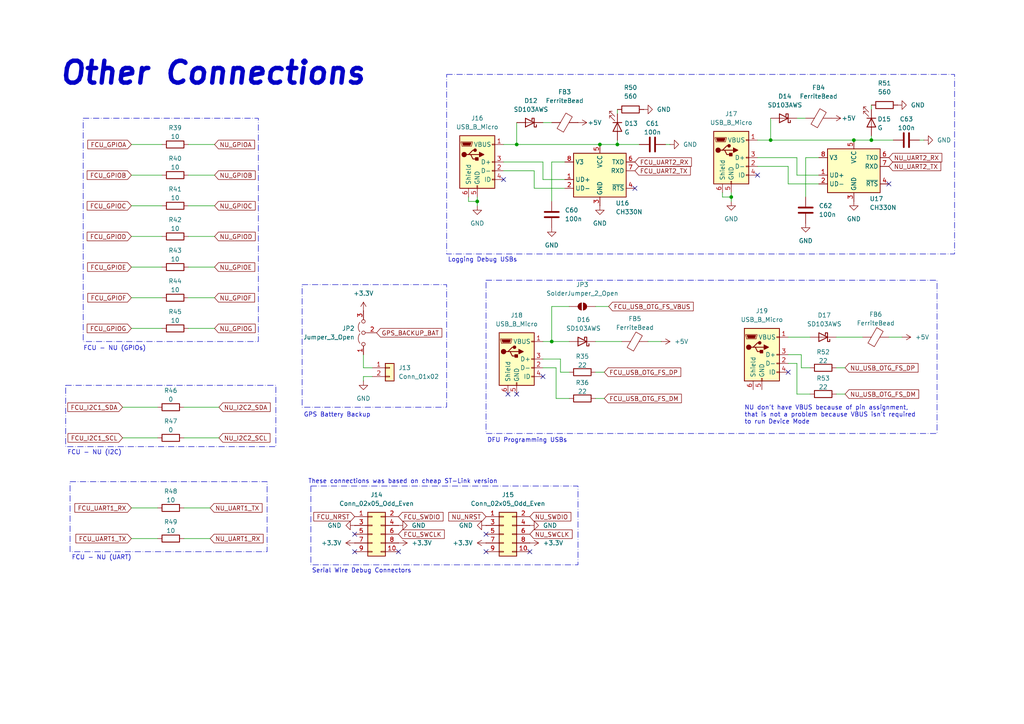
<source format=kicad_sch>
(kicad_sch (version 20250114) (generator "eeschema") (generator_version "9.0")
  (paper "A4")
  (title_block (title "Other Connections") (rev "0.1.0") (company "Breno Soares Alves"))
  (lib_symbols
    (symbol "Connector:USB_B_Micro" (pin_names (offset 1.016))
      (property "Reference" "J" (at -5.08 11.43 0))
      (property "Value" "USB_B_Micro" (at -5.08 8.89 0))
      (symbol "USB_B_Micro_0_1"
        (rectangle (start -5.08 -7.62) (end 5.08 7.62) (stroke (width 0.254)) (fill (type background)))
        (polyline (pts (xy -4.699 5.842) (xy -4.699 5.588) (xy -4.445 4.826) (xy -4.445 4.572) (xy -1.651 4.572) (xy -1.651 4.826) (xy -1.397 5.588) (xy -1.397 5.842) (xy -4.699 5.842)))
        (polyline (pts (xy -4.318 5.588) (xy -1.778 5.588) (xy -2.032 4.826) (xy -4.064 4.826) (xy -4.318 5.588)) (fill (type outline)))
        (circle (center -3.81 2.159) (radius 0.635) (stroke (width 0.254)) (fill (type outline)))
        (polyline (pts (xy -3.175 2.159) (xy -2.54 2.159) (xy -1.27 3.429) (xy -0.635 3.429)) (stroke (width 0.254)))
        (polyline (pts (xy -2.54 2.159) (xy -1.905 2.159) (xy -1.27 0.889) (xy 0 0.889)) (stroke (width 0.254)))
        (polyline (pts (xy -1.905 2.159) (xy 0.635 2.159)) (stroke (width 0.254)))
        (circle (center -0.635 3.429) (radius 0.381) (stroke (width 0.254)) (fill (type outline)))
        (rectangle (start -0.127 -7.62) (end 0.127 -6.858))
        (rectangle (start 0.254 1.27) (end -0.508 0.508) (stroke (width 0.254)) (fill (type outline)))
        (polyline (pts (xy 0.635 2.794) (xy 0.635 1.524) (xy 1.905 2.159) (xy 0.635 2.794)) (stroke (width 0.254)) (fill (type outline)))
        (rectangle (start 5.08 4.953) (end 4.318 5.207))
        (rectangle (start 5.08 -0.127) (end 4.318 0.127))
        (rectangle (start 5.08 -2.667) (end 4.318 -2.413))
        (rectangle (start 5.08 -5.207) (end 4.318 -4.953))
      )
      (symbol "USB_B_Micro_1_1"
        (pin passive line (at -2.54 -10.16 90) (length 2.54) (name "Shield") (number "6"))
        (pin power_out line (at 0 -10.16 90) (length 2.54) (name "GND") (number "5"))
        (pin power_out line (at 7.62 5.08 180) (length 2.54) (name "VBUS") (number "1"))
        (pin bidirectional line (at 7.62 0 180) (length 2.54) (name "D+") (number "3"))
        (pin bidirectional line (at 7.62 -2.54 180) (length 2.54) (name "D-") (number "2"))
        (pin passive line (at 7.62 -5.08 180) (length 2.54) (name "ID") (number "4"))
      )
    )
    (symbol "Connector_Generic:Conn_01x02" (pin_names (offset 1.016) (hide yes))
      (property "Reference" "J" (at 0 2.54 0))
      (property "Value" "Conn_01x02" (at 0 -5.08 0))
      (symbol "Conn_01x02_1_1"
        (rectangle (start -1.27 1.27) (end 1.27 -3.81) (stroke (width 0.254)) (fill (type background)))
        (rectangle (start -1.27 0.127) (end 0 -0.127) (stroke (width 0.1524)))
        (rectangle (start -1.27 -2.413) (end 0 -2.667) (stroke (width 0.1524)))
        (pin passive line (at -5.08 0 0) (length 3.81) (name "Pin_1") (number "1"))
        (pin passive line (at -5.08 -2.54 0) (length 3.81) (name "Pin_2") (number "2"))
      )
    )
    (symbol "Connector_Generic:Conn_02x05_Odd_Even" (pin_names (offset 1.016) (hide yes))
      (property "Reference" "J" (at 1.27 7.62 0))
      (property "Value" "Conn_02x05_Odd_Even" (at 1.27 -7.62 0))
      (symbol "Conn_02x05_Odd_Even_1_1"
        (rectangle (start -1.27 6.35) (end 3.81 -6.35) (stroke (width 0.254)) (fill (type background)))
        (rectangle (start -1.27 5.207) (end 0 4.953) (stroke (width 0.1524)))
        (rectangle (start -1.27 2.667) (end 0 2.413) (stroke (width 0.1524)))
        (rectangle (start -1.27 0.127) (end 0 -0.127) (stroke (width 0.1524)))
        (rectangle (start -1.27 -2.413) (end 0 -2.667) (stroke (width 0.1524)))
        (rectangle (start -1.27 -4.953) (end 0 -5.207) (stroke (width 0.1524)))
        (rectangle (start 3.81 5.207) (end 2.54 4.953) (stroke (width 0.1524)))
        (rectangle (start 3.81 2.667) (end 2.54 2.413) (stroke (width 0.1524)))
        (rectangle (start 3.81 0.127) (end 2.54 -0.127) (stroke (width 0.1524)))
        (rectangle (start 3.81 -2.413) (end 2.54 -2.667) (stroke (width 0.1524)))
        (rectangle (start 3.81 -4.953) (end 2.54 -5.207) (stroke (width 0.1524)))
        (pin passive line (at -5.08 5.08 0) (length 3.81) (name "Pin_1") (number "1"))
        (pin passive line (at -5.08 2.54 0) (length 3.81) (name "Pin_3") (number "3"))
        (pin passive line (at -5.08 0 0) (length 3.81) (name "Pin_5") (number "5"))
        (pin passive line (at -5.08 -2.54 0) (length 3.81) (name "Pin_7") (number "7"))
        (pin passive line (at -5.08 -5.08 0) (length 3.81) (name "Pin_9") (number "9"))
        (pin passive line (at 7.62 5.08 180) (length 3.81) (name "Pin_2") (number "2"))
        (pin passive line (at 7.62 2.54 180) (length 3.81) (name "Pin_4") (number "4"))
        (pin passive line (at 7.62 0 180) (length 3.81) (name "Pin_6") (number "6"))
        (pin passive line (at 7.62 -2.54 180) (length 3.81) (name "Pin_8") (number "8"))
        (pin passive line (at 7.62 -5.08 180) (length 3.81) (name "Pin_10") (number "10"))
      )
    )
    (symbol "Device:C" (pin_numbers (hide yes)) (pin_names (offset 0.254))
      (property "Reference" "C" (at 0.635 2.54 0))
      (property "Value" "C" (at 0.635 -2.54 0))
      (symbol "C_0_1"
        (polyline (pts (xy -2.032 0.762) (xy 2.032 0.762)) (stroke (width 0.508)))
        (polyline (pts (xy -2.032 -0.762) (xy 2.032 -0.762)) (stroke (width 0.508)))
      )
      (symbol "C_1_1"
        (pin passive line (at 0 3.81 270) (length 2.794) (name "~") (number "1"))
        (pin passive line (at 0 -3.81 90) (length 2.794) (name "~") (number "2"))
      )
    )
    (symbol "Device:D_Schottky" (pin_numbers (hide yes)) (pin_names (offset 1.016) (hide yes))
      (property "Reference" "D" (at 0 2.54 0))
      (property "Value" "D_Schottky" (at 0 -2.54 0))
      (symbol "D_Schottky_0_1"
        (polyline (pts (xy -1.905 0.635) (xy -1.905 1.27) (xy -1.27 1.27) (xy -1.27 -1.27) (xy -0.635 -1.27) (xy -0.635 -0.635)) (stroke (width 0.254)))
        (polyline (pts (xy 1.27 1.27) (xy 1.27 -1.27) (xy -1.27 0) (xy 1.27 1.27)) (stroke (width 0.254)))
        (polyline (pts (xy 1.27 0) (xy -1.27 0)))
      )
      (symbol "D_Schottky_1_1"
        (pin passive line (at -3.81 0 0) (length 2.54) (name "K") (number "1"))
        (pin passive line (at 3.81 0 180) (length 2.54) (name "A") (number "2"))
      )
    )
    (symbol "Device:FerriteBead" (pin_numbers (hide yes)) (pin_names (offset 0))
      (property "Reference" "FB" (at -3.81 0.635 90))
      (property "Value" "FerriteBead" (at 3.81 0 90))
      (symbol "FerriteBead_0_1"
        (polyline (pts (xy -2.7686 0.4064) (xy -1.7018 2.2606) (xy 2.7686 -0.3048) (xy 1.6764 -2.159) (xy -2.7686 0.4064)))
        (polyline (pts (xy 0 1.27) (xy 0 1.2954)))
        (polyline (pts (xy 0 -1.27) (xy 0 -1.2192)))
      )
      (symbol "FerriteBead_1_1"
        (pin passive line (at 0 3.81 270) (length 2.54) (name "~") (number "1"))
        (pin passive line (at 0 -3.81 90) (length 2.54) (name "~") (number "2"))
      )
    )
    (symbol "Device:LED" (pin_numbers (hide yes)) (pin_names (offset 1.016) (hide yes))
      (property "Reference" "D" (at 0 2.54 0))
      (property "Value" "LED" (at 0 -2.54 0))
      (symbol "LED_0_1"
        (polyline (pts (xy -3.048 -0.762) (xy -4.572 -2.286) (xy -3.81 -2.286) (xy -4.572 -2.286) (xy -4.572 -1.524)))
        (polyline (pts (xy -1.778 -0.762) (xy -3.302 -2.286) (xy -2.54 -2.286) (xy -3.302 -2.286) (xy -3.302 -1.524)))
        (polyline (pts (xy -1.27 0) (xy 1.27 0)))
        (polyline (pts (xy -1.27 -1.27) (xy -1.27 1.27)) (stroke (width 0.254)))
        (polyline (pts (xy 1.27 -1.27) (xy 1.27 1.27) (xy -1.27 0) (xy 1.27 -1.27)) (stroke (width 0.254)))
      )
      (symbol "LED_1_1"
        (pin passive line (at -3.81 0 0) (length 2.54) (name "K") (number "1"))
        (pin passive line (at 3.81 0 180) (length 2.54) (name "A") (number "2"))
      )
    )
    (symbol "Device:R" (pin_numbers (hide yes)) (pin_names (offset 0))
      (property "Reference" "R" (at 2.032 0 90))
      (property "Value" "R" (at 0 0 90))
      (symbol "R_0_1"
        (rectangle (start -1.016 -2.54) (end 1.016 2.54) (stroke (width 0.254)))
      )
      (symbol "R_1_1"
        (pin passive line (at 0 3.81 270) (length 1.27) (name "~") (number "1"))
        (pin passive line (at 0 -3.81 90) (length 1.27) (name "~") (number "2"))
      )
    )
    (symbol "Interface_USB:CH330N"
      (property "Reference" "U" (at -7.62 6.35 0))
      (property "Value" "CH330N" (at 7.62 6.35 0))
      (symbol "CH330N_0_1"
        (rectangle (start -7.62 5.08) (end 7.62 -7.62) (stroke (width 0.254)) (fill (type background)))
      )
      (symbol "CH330N_1_1"
        (pin passive line (at -10.16 2.54 0) (length 2.54) (name "V3") (number "8"))
        (pin bidirectional line (at -10.16 -2.54 0) (length 2.54) (name "UD+") (number "1"))
        (pin bidirectional line (at -10.16 -5.08 0) (length 2.54) (name "UD-") (number "2"))
        (pin power_in line (at 0 7.62 270) (length 2.54) (name "VCC") (number "5"))
        (pin power_in line (at 0 -10.16 90) (length 2.54) (name "GND") (number "3"))
        (pin output line (at 10.16 2.54 180) (length 2.54) (name "TXD") (number "6"))
        (pin input line (at 10.16 0 180) (length 2.54) (name "RXD") (number "7"))
        (pin output line (at 10.16 -5.08 180) (length 2.54) (name "~{RTS}") (number "4"))
      )
    )
    (symbol "Jumper:Jumper_3_Open" (pin_names (offset 0) (hide yes)) (in_bom no)
      (property "Reference" "JP" (at -2.54 -2.54 0))
      (property "Value" "Jumper_3_Open" (at 0 2.794 0))
      (symbol "Jumper_3_Open_0_0"
        (circle (center -3.302 0) (radius 0.508))
        (circle (center 0 0) (radius 0.508))
        (circle (center 3.302 0) (radius 0.508))
      )
      (symbol "Jumper_3_Open_0_1"
        (arc (start -3.048 1.016) (mid -1.651 1.4992) (end -0.254 1.016))
        (polyline (pts (xy 0 -0.508) (xy 0 -1.27)))
        (arc (start 0.254 1.016) (mid 1.651 1.4992) (end 3.048 1.016))
      )
      (symbol "Jumper_3_Open_1_1"
        (pin passive line (at -6.35 0 0) (length 2.54) (name "A") (number "1"))
        (pin passive line (at 0 -3.81 90) (length 2.54) (name "C") (number "2"))
        (pin passive line (at 6.35 0 180) (length 2.54) (name "B") (number "3"))
      )
    )
    (symbol "Jumper:SolderJumper_2_Open" (pin_numbers (hide yes)) (pin_names (offset 0) (hide yes)) (in_bom no)
      (property "Reference" "JP" (at 0 2.032 0))
      (property "Value" "SolderJumper_2_Open" (at 0 -2.54 0))
      (symbol "SolderJumper_2_Open_0_1"
        (polyline (pts (xy -0.254 1.016) (xy -0.254 -1.016)))
        (arc (start -0.254 -1.016) (mid -1.2656 0) (end -0.254 1.016))
        (arc (start -0.254 -1.016) (mid -1.2656 0) (end -0.254 1.016) (fill (type outline)))
        (arc (start 0.254 1.016) (mid 1.2656 0) (end 0.254 -1.016))
        (arc (start 0.254 1.016) (mid 1.2656 0) (end 0.254 -1.016) (fill (type outline)))
        (polyline (pts (xy 0.254 1.016) (xy 0.254 -1.016)))
      )
      (symbol "SolderJumper_2_Open_1_1"
        (pin passive line (at -3.81 0 0) (length 2.54) (name "A") (number "1"))
        (pin passive line (at 3.81 0 180) (length 2.54) (name "B") (number "2"))
      )
    )
    (symbol "power:+3.3V" (power) (pin_numbers (hide yes)) (pin_names (offset 0) (hide yes))
      (property "Value" "+3.3V" (at 0 3.556 0))
      (symbol "+3.3V_0_1"
        (polyline (pts (xy -0.762 1.27) (xy 0 2.54)))
        (polyline (pts (xy 0 2.54) (xy 0.762 1.27)))
        (polyline (pts (xy 0 0) (xy 0 2.54)))
      )
      (symbol "+3.3V_1_1"
        (pin power_in line (at 0 0 90) (length 0) (name "~") (number "1"))
      )
    )
    (symbol "power:+5V" (power) (pin_numbers (hide yes)) (pin_names (offset 0) (hide yes))
      (property "Value" "+5V" (at 0 3.556 0))
      (symbol "+5V_0_1"
        (polyline (pts (xy -0.762 1.27) (xy 0 2.54)))
        (polyline (pts (xy 0 2.54) (xy 0.762 1.27)))
        (polyline (pts (xy 0 0) (xy 0 2.54)))
      )
      (symbol "+5V_1_1"
        (pin power_in line (at 0 0 90) (length 0) (name "~") (number "1"))
      )
    )
    (symbol "power:GND" (power) (pin_numbers (hide yes)) (pin_names (offset 0) (hide yes))
      (property "Value" "GND" (at 0 -3.81 0))
      (symbol "GND_0_1"
        (polyline (pts (xy 0 0) (xy 0 -1.27) (xy 1.27 -1.27) (xy 0 -2.54) (xy -1.27 -1.27) (xy 0 -1.27)))
      )
      (symbol "GND_1_1"
        (pin power_in line (at 0 0 270) (length 0) (name "~") (number "1"))
      )
    )
  )
  (rectangle (start 87.63 82.55) (end 129.54 118.11) (stroke (width 0) (type dash_dot)))
  (rectangle (start 19.05 111.76) (end 80.01 129.54) (stroke (width 0) (type dash_dot)))
  (rectangle (start 90.17 140.97) (end 167.64 163.83) (stroke (width 0) (type dash_dot)))
  (rectangle (start 24.13 34.29) (end 74.93 99.06) (stroke (width 0) (type dash_dot)))
  (rectangle (start 129.54 21.59) (end 276.86 73.66) (stroke (width 0) (type dash_dot)))
  (rectangle (start 20.32 139.7) (end 77.47 160.02) (stroke (width 0) (type dash_dot)))
  (rectangle (start 140.97 81.28) (end 271.78 125.73) (stroke (width 0) (type dash_dot)))
  (text "FCU - NU (GPIOs)" (at 33.274 101.092 0) (effects (font (size 1.27 1.27))))
  (text "Serial Wire Debug Connectors" (at 104.902 165.608 0) (effects (font (size 1.27 1.27))))
  (text "Other Connections" (at 61.722 21.336 0) (effects (font (size 6.35 6.35) (thickness 1.27) (bold yes) (italic yes))))
  (text "DFU Programming USBs" (at 152.908 127.762 0) (effects (font (size 1.27 1.27))))
  (text "GPS Battery Backup" (at 97.79 120.396 0) (effects (font (size 1.27 1.27))))
  (text "NU don't have VBUS because of pin assignment,\nthat is not a problem because VBUS isn't required\nto run Device Mode" (at 215.9 120.396 0) (effects (font (size 1.27 1.27)) (justify left)))
  (text "FCU - NU (I2C)" (at 27.432 131.318 0) (effects (font (size 1.27 1.27))))
  (text "These connections was based on cheap ST-Link version" (at 116.84 139.7 0) (effects (font (size 1.27 1.27))))
  (text "Logging Debug USBs" (at 139.954 75.438 0) (effects (font (size 1.27 1.27))))
  (text "FCU - NU (UART)" (at 29.464 161.798 0) (effects (font (size 1.27 1.27))))
  (junction (at 179.07 41.91))
  (junction (at 252.73 40.64))
  (junction (at 247.65 40.64))
  (junction (at 149.86 41.91))
  (junction (at 138.43 58.42))
  (junction (at 173.99 41.91))
  (junction (at 160.02 99.06))
  (junction (at 212.09 57.15))
  (junction (at 223.52 40.64))
  (no_connect (at 140.97 154.94))
  (no_connect (at 147.32 114.3))
  (no_connect (at 153.67 160.02))
  (no_connect (at 140.97 160.02))
  (no_connect (at 149.86 114.3))
  (no_connect (at 102.87 154.94))
  (no_connect (at 102.87 160.02))
  (no_connect (at 228.6 107.95))
  (no_connect (at 219.71 50.8))
  (no_connect (at 257.81 53.34))
  (no_connect (at 146.05 52.07))
  (no_connect (at 184.15 54.61))
  (no_connect (at 157.48 109.22))
  (no_connect (at 115.57 160.02))
  (wire (pts (xy 54.61 68.58) (xy 62.23 68.58)))
  (wire (pts (xy 138.43 58.42) (xy 138.43 57.15)))
  (wire (pts (xy 219.71 48.26) (xy 228.6 48.26)))
  (wire (pts (xy 157.48 52.07) (xy 163.83 52.07)))
  (wire (pts (xy 135.89 57.15) (xy 135.89 58.42)))
  (wire (pts (xy 38.1 156.21) (xy 45.72 156.21)))
  (wire (pts (xy 237.49 45.72) (xy 233.68 45.72)))
  (wire (pts (xy 54.61 41.91) (xy 62.23 41.91)))
  (wire (pts (xy 146.05 46.99) (xy 157.48 46.99)))
  (wire (pts (xy 209.55 55.88) (xy 209.55 57.15)))
  (wire (pts (xy 149.86 35.56) (xy 149.86 41.91)))
  (wire (pts (xy 187.96 99.06) (xy 191.77 99.06)))
  (wire (pts (xy 223.52 40.64) (xy 247.65 40.64)))
  (wire (pts (xy 35.56 127) (xy 45.72 127)))
  (wire (pts (xy 179.07 41.91) (xy 185.42 41.91)))
  (wire (pts (xy 231.14 34.29) (xy 233.68 34.29)))
  (wire (pts (xy 160.02 99.06) (xy 165.1 99.06)))
  (wire (pts (xy 231.14 50.8) (xy 237.49 50.8)))
  (wire (pts (xy 231.14 105.41) (xy 231.14 114.3)))
  (wire (pts (xy 233.68 45.72) (xy 233.68 57.15)))
  (wire (pts (xy 232.41 106.68) (xy 234.95 106.68)))
  (wire (pts (xy 54.61 50.8) (xy 62.23 50.8)))
  (wire (pts (xy 157.48 104.14) (xy 162.56 104.14)))
  (wire (pts (xy 54.61 77.47) (xy 62.23 77.47)))
  (wire (pts (xy 252.73 39.37) (xy 252.73 40.64)))
  (wire (pts (xy 53.34 147.32) (xy 60.96 147.32)))
  (wire (pts (xy 53.34 156.21) (xy 60.96 156.21)))
  (wire (pts (xy 228.6 97.79) (xy 234.95 97.79)))
  (wire (pts (xy 160.02 46.99) (xy 160.02 58.42)))
  (wire (pts (xy 54.61 95.25) (xy 62.23 95.25)))
  (wire (pts (xy 228.6 48.26) (xy 228.6 53.34)))
  (wire (pts (xy 161.29 115.57) (xy 165.1 115.57)))
  (wire (pts (xy 157.48 106.68) (xy 161.29 106.68)))
  (wire (pts (xy 219.71 40.64) (xy 223.52 40.64)))
  (wire (pts (xy 157.48 46.99) (xy 157.48 52.07)))
  (wire (pts (xy 162.56 107.95) (xy 165.1 107.95)))
  (wire (pts (xy 228.6 102.87) (xy 232.41 102.87)))
  (wire (pts (xy 163.83 46.99) (xy 160.02 46.99)))
  (wire (pts (xy 179.07 41.91) (xy 173.99 41.91)))
  (wire (pts (xy 38.1 41.91) (xy 46.99 41.91)))
  (wire (pts (xy 172.72 107.95) (xy 175.26 107.95)))
  (wire (pts (xy 172.72 99.06) (xy 180.34 99.06)))
  (wire (pts (xy 54.61 59.69) (xy 62.23 59.69)))
  (wire (pts (xy 157.48 35.56) (xy 160.02 35.56)))
  (wire (pts (xy 161.29 106.68) (xy 161.29 115.57)))
  (wire (pts (xy 38.1 68.58) (xy 46.99 68.58)))
  (wire (pts (xy 135.89 58.42) (xy 138.43 58.42)))
  (wire (pts (xy 179.07 31.75) (xy 179.07 33.02)))
  (wire (pts (xy 105.41 110.49) (xy 105.41 109.22)))
  (wire (pts (xy 212.09 57.15) (xy 212.09 55.88)))
  (wire (pts (xy 105.41 102.87) (xy 105.41 106.68)))
  (wire (pts (xy 257.81 97.79) (xy 261.62 97.79)))
  (wire (pts (xy 54.61 86.36) (xy 62.23 86.36)))
  (wire (pts (xy 219.71 45.72) (xy 231.14 45.72)))
  (wire (pts (xy 223.52 34.29) (xy 223.52 40.64)))
  (wire (pts (xy 154.94 54.61) (xy 163.83 54.61)))
  (wire (pts (xy 53.34 118.11) (xy 63.5 118.11)))
  (wire (pts (xy 149.86 41.91) (xy 173.99 41.91)))
  (wire (pts (xy 38.1 59.69) (xy 46.99 59.69)))
  (wire (pts (xy 53.34 127) (xy 63.5 127)))
  (wire (pts (xy 231.14 45.72) (xy 231.14 50.8)))
  (wire (pts (xy 138.43 58.42) (xy 138.43 59.69)))
  (wire (pts (xy 105.41 106.68) (xy 107.95 106.68)))
  (wire (pts (xy 38.1 77.47) (xy 46.99 77.47)))
  (wire (pts (xy 38.1 147.32) (xy 45.72 147.32)))
  (wire (pts (xy 146.05 41.91) (xy 149.86 41.91)))
  (wire (pts (xy 38.1 86.36) (xy 46.99 86.36)))
  (wire (pts (xy 231.14 114.3) (xy 234.95 114.3)))
  (wire (pts (xy 105.41 109.22) (xy 107.95 109.22)))
  (wire (pts (xy 252.73 40.64) (xy 247.65 40.64)))
  (wire (pts (xy 179.07 40.64) (xy 179.07 41.91)))
  (wire (pts (xy 35.56 118.11) (xy 45.72 118.11)))
  (wire (pts (xy 157.48 99.06) (xy 160.02 99.06)))
  (wire (pts (xy 252.73 40.64) (xy 259.08 40.64)))
  (wire (pts (xy 232.41 102.87) (xy 232.41 106.68)))
  (wire (pts (xy 267.97 40.64) (xy 266.7 40.64)))
  (wire (pts (xy 162.56 104.14) (xy 162.56 107.95)))
  (wire (pts (xy 172.72 88.9) (xy 176.53 88.9)))
  (wire (pts (xy 242.57 97.79) (xy 250.19 97.79)))
  (wire (pts (xy 242.57 106.68) (xy 245.11 106.68)))
  (wire (pts (xy 160.02 99.06) (xy 160.02 88.9)))
  (wire (pts (xy 146.05 49.53) (xy 154.94 49.53)))
  (wire (pts (xy 242.57 114.3) (xy 245.11 114.3)))
  (wire (pts (xy 38.1 50.8) (xy 46.99 50.8)))
  (wire (pts (xy 228.6 53.34) (xy 237.49 53.34)))
  (wire (pts (xy 154.94 49.53) (xy 154.94 54.61)))
  (wire (pts (xy 172.72 115.57) (xy 175.26 115.57)))
  (wire (pts (xy 252.73 30.48) (xy 252.73 31.75)))
  (wire (pts (xy 228.6 105.41) (xy 231.14 105.41)))
  (wire (pts (xy 209.55 57.15) (xy 212.09 57.15)))
  (wire (pts (xy 194.31 41.91) (xy 193.04 41.91)))
  (wire (pts (xy 212.09 57.15) (xy 212.09 58.42)))
  (wire (pts (xy 160.02 88.9) (xy 165.1 88.9)))
  (wire (pts (xy 38.1 95.25) (xy 46.99 95.25)))
  (global_label "FCU_GPIOD" (shape input) (at 38.1 68.58 180) (property "Intersheetrefs" "${INTERSHEET_REFS}" (effects (hide yes))))
  (global_label "GPS_BACKUP_BAT" (shape input) (at 109.22 96.52 0) (property "Intersheetrefs" "${INTERSHEET_REFS}" (effects (hide yes))))
  (global_label "NU_SWDIO" (shape input) (at 153.67 149.86 0) (property "Intersheetrefs" "${INTERSHEET_REFS}" (effects (hide yes))))
  (global_label "NU_UART1_TX" (shape input) (at 60.96 147.32 0) (property "Intersheetrefs" "${INTERSHEET_REFS}" (effects (hide yes))))
  (global_label "FCU_GPIOF" (shape input) (at 38.1 86.36 180) (property "Intersheetrefs" "${INTERSHEET_REFS}" (effects (hide yes))))
  (global_label "NU_GPIOC" (shape input) (at 62.23 59.69 0) (property "Intersheetrefs" "${INTERSHEET_REFS}" (effects (hide yes))))
  (global_label "FCU_USB_OTG_FS_DP" (shape input) (at 175.26 107.95 0) (property "Intersheetrefs" "${INTERSHEET_REFS}" (effects (hide yes))))
  (global_label "FCU_NRST" (shape input) (at 102.87 149.86 180) (property "Intersheetrefs" "${INTERSHEET_REFS}" (effects (hide yes))))
  (global_label "FCU_GPIOE" (shape input) (at 38.1 77.47 180) (property "Intersheetrefs" "${INTERSHEET_REFS}" (effects (hide yes))))
  (global_label "FCU_GPIOA" (shape input) (at 38.1 41.91 180) (property "Intersheetrefs" "${INTERSHEET_REFS}" (effects (hide yes))))
  (global_label "FCU_SWDIO" (shape input) (at 115.57 149.86 0) (property "Intersheetrefs" "${INTERSHEET_REFS}" (effects (hide yes))))
  (global_label "FCU_UART1_RX" (shape input) (at 38.1 147.32 180) (property "Intersheetrefs" "${INTERSHEET_REFS}" (effects (hide yes))))
  (global_label "NU_UART1_RX" (shape input) (at 60.96 156.21 0) (property "Intersheetrefs" "${INTERSHEET_REFS}" (effects (hide yes))))
  (global_label "NU_GPIOA" (shape input) (at 62.23 41.91 0) (property "Intersheetrefs" "${INTERSHEET_REFS}" (effects (hide yes))))
  (global_label "NU_GPIOB" (shape input) (at 62.23 50.8 0) (property "Intersheetrefs" "${INTERSHEET_REFS}" (effects (hide yes))))
  (global_label "NU_SWCLK" (shape input) (at 153.67 154.94 0) (property "Intersheetrefs" "${INTERSHEET_REFS}" (effects (hide yes))))
  (global_label "NU_I2C2_SCL" (shape input) (at 63.5 127 0) (property "Intersheetrefs" "${INTERSHEET_REFS}" (effects (hide yes))))
  (global_label "FCU_UART2_TX" (shape input) (at 184.15 49.53 0) (property "Intersheetrefs" "${INTERSHEET_REFS}" (effects (hide yes))))
  (global_label "FCU_I2C1_SDA" (shape input) (at 35.56 118.11 180) (property "Intersheetrefs" "${INTERSHEET_REFS}" (effects (hide yes))))
  (global_label "FCU_USB_OTG_FS_VBUS" (shape input) (at 176.53 88.9 0) (property "Intersheetrefs" "${INTERSHEET_REFS}" (effects (hide yes))))
  (global_label "FCU_GPIOG" (shape input) (at 38.1 95.25 180) (property "Intersheetrefs" "${INTERSHEET_REFS}" (effects (hide yes))))
  (global_label "NU_UART2_TX" (shape input) (at 257.81 48.26 0) (property "Intersheetrefs" "${INTERSHEET_REFS}" (effects (hide yes))))
  (global_label "NU_USB_OTG_FS_DP" (shape input) (at 245.11 106.68 0) (property "Intersheetrefs" "${INTERSHEET_REFS}" (effects (hide yes))))
  (global_label "NU_GPIOE" (shape input) (at 62.23 77.47 0) (property "Intersheetrefs" "${INTERSHEET_REFS}" (effects (hide yes))))
  (global_label "NU_I2C2_SDA" (shape input) (at 63.5 118.11 0) (property "Intersheetrefs" "${INTERSHEET_REFS}" (effects (hide yes))))
  (global_label "NU_NRST" (shape input) (at 140.97 149.86 180) (property "Intersheetrefs" "${INTERSHEET_REFS}" (effects (hide yes))))
  (global_label "NU_GPIOD" (shape input) (at 62.23 68.58 0) (property "Intersheetrefs" "${INTERSHEET_REFS}" (effects (hide yes))))
  (global_label "NU_GPIOF" (shape input) (at 62.23 86.36 0) (property "Intersheetrefs" "${INTERSHEET_REFS}" (effects (hide yes))))
  (global_label "FCU_GPIOC" (shape input) (at 38.1 59.69 180) (property "Intersheetrefs" "${INTERSHEET_REFS}" (effects (hide yes))))
  (global_label "FCU_USB_OTG_FS_DM" (shape input) (at 175.26 115.57 0) (property "Intersheetrefs" "${INTERSHEET_REFS}" (effects (hide yes))))
  (global_label "FCU_SWCLK" (shape input) (at 115.57 154.94 0) (property "Intersheetrefs" "${INTERSHEET_REFS}" (effects (hide yes))))
  (global_label "NU_GPIOG" (shape input) (at 62.23 95.25 0) (property "Intersheetrefs" "${INTERSHEET_REFS}" (effects (hide yes))))
  (global_label "FCU_UART2_RX" (shape input) (at 184.15 46.99 0) (property "Intersheetrefs" "${INTERSHEET_REFS}" (effects (hide yes))))
  (global_label "NU_UART2_RX" (shape input) (at 257.81 45.72 0) (property "Intersheetrefs" "${INTERSHEET_REFS}" (effects (hide yes))))
  (global_label "NU_USB_OTG_FS_DM" (shape input) (at 245.11 114.3 0) (property "Intersheetrefs" "${INTERSHEET_REFS}" (effects (hide yes))))
  (global_label "FCU_GPIOB" (shape input) (at 38.1 50.8 180) (property "Intersheetrefs" "${INTERSHEET_REFS}" (effects (hide yes))))
  (global_label "FCU_I2C1_SCL" (shape input) (at 35.56 127 180) (property "Intersheetrefs" "${INTERSHEET_REFS}" (effects (hide yes))))
  (global_label "FCU_UART1_TX" (shape input) (at 38.1 156.21 180) (property "Intersheetrefs" "${INTERSHEET_REFS}" (effects (hide yes))))
  (symbol (lib_id "power:GND") (at 115.57 152.4 90) (unit 1)
    (property "Reference" "#PWR0115" (effects (hide yes)))
    (property "Value" "GND" (at 119.38 152.3999 90) (effects (justify right)))
    (property "Description" "Power symbol creates a global label with name \"GND\" , ground" (effects (hide yes)))
  )
  (symbol (lib_id "power:GND") (at 105.41 110.49 0) (unit 1)
    (property "Reference" "#PWR0110" (effects (hide yes)))
    (property "Value" "GND" (at 105.41 115.57 0))
    (property "Description" "Power symbol creates a global label with name \"GND\" , ground" (effects (hide yes)))
  )
  (symbol (lib_id "Device:R") (at 168.91 115.57 90) (unit 1)
    (property "Reference" "R36" (at 168.91 110.998 90))
    (property "Value" "22" (at 168.91 113.538 90))
    (property "Description" "Resistor" (effects (hide yes)))
  )
  (symbol (lib_id "Device:R") (at 50.8 59.69 90) (unit 1)
    (property "Reference" "R41" (at 50.8 54.864 90))
    (property "Value" "10" (at 50.8 57.404 90))
    (property "Description" "Resistor" (effects (hide yes)))
  )
  (symbol (lib_id "power:+5V") (at 167.64 35.56 270) (unit 1)
    (property "Reference" "#PWR0123" (effects (hide yes)))
    (property "Value" "+5V" (at 170.434 35.56 90) (effects (justify left)))
    (property "Description" "Power symbol creates a global label with name \"+5V\"" (effects (hide yes)))
  )
  (symbol (lib_id "power:+3.3V") (at 105.41 90.17 0) (unit 1)
    (property "Reference" "#PWR0109" (effects (hide yes)))
    (property "Value" "+3.3V" (at 105.41 85.09 0))
    (property "Description" "Power symbol creates a global label with name \"+3.3V\"" (effects (hide yes)))
  )
  (symbol (lib_id "Connector_Generic:Conn_02x05_Odd_Even") (at 146.05 154.94 0) (unit 1)
    (property "Reference" "J15" (at 147.32 143.51 0))
    (property "Value" "Conn_02x05_Odd_Even" (at 147.32 146.05 0))
    (property "Description" "Generic connector, double row, 02x05, odd/even pin numbering scheme (row 1 odd numbers, row 2 even numbers), script generated (kicad-library-utils/schlib/autogen/connector/)" (effects (hide yes)))
  )
  (symbol (lib_id "power:+3.3V") (at 102.87 157.48 90) (unit 1)
    (property "Reference" "#PWR0114" (effects (hide yes)))
    (property "Value" "+3.3V" (at 99.06 157.4799 90) (effects (justify left)))
    (property "Description" "Power symbol creates a global label with name \"+3.3V\"" (effects (hide yes)))
  )
  (symbol (lib_id "Connector:USB_B_Micro") (at 212.09 45.72 0) (unit 1)
    (property "Reference" "J17" (at 212.09 33.02 0))
    (property "Value" "USB_B_Micro" (at 212.09 35.56 0))
    (property "Description" "USB Micro Type B connector" (effects (hide yes)))
  )
  (symbol (lib_id "Jumper:Jumper_3_Open") (at 105.41 96.52 90) (unit 1) (in_bom no)
    (property "Reference" "JP2" (at 102.87 95.2499 90) (effects (justify left)))
    (property "Value" "Jumper_3_Open" (at 102.87 97.7899 90) (effects (justify left)))
    (property "Description" "Jumper, 3-pole, both open" (effects (hide yes)))
  )
  (symbol (lib_id "power:GND") (at 194.31 41.91 90) (unit 1)
    (property "Reference" "#PWR0125" (effects (hide yes)))
    (property "Value" "GND" (at 198.12 41.9099 90) (effects (justify right)))
    (property "Description" "Power symbol creates a global label with name \"GND\" , ground" (effects (hide yes)))
  )
  (symbol (lib_id "power:+5V") (at 261.62 97.79 270) (unit 1)
    (property "Reference" "#PWR0135" (effects (hide yes)))
    (property "Value" "+5V" (at 265.43 97.7899 90) (effects (justify left)))
    (property "Description" "Power symbol creates a global label with name \"+5V\"" (effects (hide yes)))
  )
  (symbol (lib_id "power:GND") (at 173.99 59.69 0) (unit 1)
    (property "Reference" "#PWR0124" (effects (hide yes)))
    (property "Value" "GND" (at 173.99 64.77 0))
    (property "Description" "Power symbol creates a global label with name \"GND\" , ground" (effects (hide yes)))
  )
  (symbol (lib_id "Connector_Generic:Conn_01x02") (at 113.03 106.68 0) (unit 1)
    (property "Reference" "J13" (at 115.57 106.6799 0) (effects (justify left)))
    (property "Value" "Conn_01x02" (at 115.57 109.2199 0) (effects (justify left)))
    (property "Description" "Generic connector, single row, 01x02, script generated (kicad-library-utils/schlib/autogen/connector/)" (effects (hide yes)))
  )
  (symbol (lib_id "Connector_Generic:Conn_02x05_Odd_Even") (at 107.95 154.94 0) (unit 1)
    (property "Reference" "J14" (at 109.22 143.51 0))
    (property "Value" "Conn_02x05_Odd_Even" (at 109.22 146.05 0))
    (property "Description" "Generic connector, double row, 02x05, odd/even pin numbering scheme (row 1 odd numbers, row 2 even numbers), script generated (kicad-library-utils/schlib/autogen/connector/)" (effects (hide yes)))
  )
  (symbol (lib_id "Interface_USB:CH330N") (at 247.65 48.26 0) (unit 1)
    (property "Reference" "U17" (at 252.222 57.658 0) (effects (justify left)))
    (property "Value" "CH330N" (at 252.222 60.198 0) (effects (justify left)))
    (property "Footprint" "Package_SO:SOIC-8_3.9x4.9mm_P1.27mm" (effects (hide yes)))
    (property "Datasheet" "http://www.wch.cn/downloads/file/240.html" (effects (hide yes)))
    (property "Description" "USB serial converter, UART, SOIC-8" (effects (hide yes)))
  )
  (symbol (lib_id "Device:D_Schottky") (at 238.76 97.79 180) (unit 1)
    (property "Reference" "D17" (at 239.0775 91.44 0))
    (property "Value" "SD103AWS" (at 239.0775 93.98 0))
    (property "Description" "Schottky diode" (effects (hide yes)))
  )
  (symbol (lib_id "Jumper:SolderJumper_2_Open") (at 168.91 88.9 0) (unit 1) (in_bom no)
    (property "Reference" "JP3" (at 168.91 82.55 0))
    (property "Value" "SolderJumper_2_Open" (at 168.91 85.09 0))
    (property "Description" "Solder Jumper, 2-pole, open" (effects (hide yes)))
  )
  (symbol (lib_id "Device:D_Schottky") (at 153.67 35.56 180) (unit 1)
    (property "Reference" "D12" (at 153.9875 29.21 0))
    (property "Value" "SD103AWS" (at 153.9875 31.75 0))
    (property "Description" "Schottky diode" (effects (hide yes)))
  )
  (symbol (lib_id "Device:R") (at 50.8 86.36 90) (unit 1)
    (property "Reference" "R44" (at 50.8 81.534 90))
    (property "Value" "10" (at 50.8 84.074 90))
    (property "Description" "Resistor" (effects (hide yes)))
  )
  (symbol (lib_id "power:GND") (at 260.35 30.48 90) (unit 1)
    (property "Reference" "#PWR0132" (effects (hide yes)))
    (property "Value" "GND" (at 264.16 30.4799 90) (effects (justify right)))
    (property "Description" "Power symbol creates a global label with name \"GND\" , ground" (effects (hide yes)))
  )
  (symbol (lib_id "power:+3.3V") (at 115.57 157.48 270) (unit 1)
    (property "Reference" "#PWR0118" (effects (hide yes)))
    (property "Value" "+3.3V" (at 119.38 157.4799 90) (effects (justify left)))
    (property "Description" "Power symbol creates a global label with name \"+3.3V\"" (effects (hide yes)))
  )
  (symbol (lib_id "power:GND") (at 138.43 59.69 0) (unit 1)
    (property "Reference" "#PWR0117" (effects (hide yes)))
    (property "Value" "GND" (at 138.43 64.77 0))
    (property "Description" "Power symbol creates a global label with name \"GND\" , ground" (effects (hide yes)))
  )
  (symbol (lib_id "Device:LED") (at 179.07 36.83 270) (unit 1)
    (property "Reference" "D13" (at 181.102 35.814 90) (effects (justify left)))
    (property "Value" "G" (at 181.102 38.354 90) (effects (justify left)))
    (property "Description" "Light emitting diode" (effects (hide yes)))
    (property "Sim.Pins" "1=K 2=A" (effects (hide yes)))
  )
  (symbol (lib_id "Device:C") (at 160.02 62.23 0) (unit 1)
    (property "Reference" "C60" (at 163.83 60.9599 0) (effects (justify left)))
    (property "Value" "100n" (at 163.83 63.4999 0) (effects (justify left)))
    (property "Description" "Unpolarized capacitor" (effects (hide yes)))
  )
  (symbol (lib_id "Device:D_Schottky") (at 168.91 99.06 180) (unit 1)
    (property "Reference" "D16" (at 169.2275 92.71 0))
    (property "Value" "SD103AWS" (at 169.2275 95.25 0))
    (property "Description" "Schottky diode" (effects (hide yes)))
  )
  (symbol (lib_id "Device:R") (at 50.8 41.91 90) (unit 1)
    (property "Reference" "R39" (at 50.8 37.084 90))
    (property "Value" "10" (at 50.8 39.624 90))
    (property "Description" "Resistor" (effects (hide yes)))
  )
  (symbol (lib_id "Device:D_Schottky") (at 227.33 34.29 180) (unit 1)
    (property "Reference" "D14" (at 227.6475 27.94 0))
    (property "Value" "SD103AWS" (at 227.6475 30.48 0))
    (property "Description" "Schottky diode" (effects (hide yes)))
  )
  (symbol (lib_id "Device:FerriteBead") (at 184.15 99.06 90) (unit 1)
    (property "Reference" "FB5" (at 184.15 92.456 90))
    (property "Value" "FerriteBead" (at 184.15 94.996 90))
    (property "Description" "Ferrite bead" (effects (hide yes)))
  )
  (symbol (lib_id "Device:R") (at 238.76 106.68 90) (unit 1)
    (property "Reference" "R52" (at 238.76 102.108 90))
    (property "Value" "22" (at 238.76 104.648 90))
    (property "Description" "Resistor" (effects (hide yes)))
  )
  (symbol (lib_id "Device:R") (at 50.8 95.25 90) (unit 1)
    (property "Reference" "R45" (at 50.8 90.424 90))
    (property "Value" "10" (at 50.8 92.964 90))
    (property "Description" "Resistor" (effects (hide yes)))
  )
  (symbol (lib_id "power:GND") (at 233.68 64.77 0) (unit 1)
    (property "Reference" "#PWR0129" (effects (hide yes)))
    (property "Value" "GND" (at 233.68 69.85 0))
    (property "Description" "Power symbol creates a global label with name \"GND\" , ground" (effects (hide yes)))
  )
  (symbol (lib_id "Device:LED") (at 252.73 35.56 270) (unit 1)
    (property "Reference" "D15" (at 254.508 34.544 90) (effects (justify left)))
    (property "Value" "G" (at 254.508 37.084 90) (effects (justify left)))
    (property "Description" "Light emitting diode" (effects (hide yes)))
    (property "Sim.Pins" "1=K 2=A" (effects (hide yes)))
  )
  (symbol (lib_id "Device:R") (at 238.76 114.3 90) (unit 1)
    (property "Reference" "R53" (at 238.76 109.728 90))
    (property "Value" "22" (at 238.76 112.268 90))
    (property "Description" "Resistor" (effects (hide yes)))
  )
  (symbol (lib_id "power:GND") (at 160.02 66.04 0) (unit 1)
    (property "Reference" "#PWR0127" (effects (hide yes)))
    (property "Value" "GND" (at 160.02 71.12 0))
    (property "Description" "Power symbol creates a global label with name \"GND\" , ground" (effects (hide yes)))
  )
  (symbol (lib_id "Interface_USB:CH330N") (at 173.99 49.53 0) (unit 1)
    (property "Reference" "U16" (at 178.562 58.928 0) (effects (justify left)))
    (property "Value" "CH330N" (at 178.562 61.468 0) (effects (justify left)))
    (property "Footprint" "Package_SO:SOIC-8_3.9x4.9mm_P1.27mm" (effects (hide yes)))
    (property "Datasheet" "http://www.wch.cn/downloads/file/240.html" (effects (hide yes)))
    (property "Description" "USB serial converter, UART, SOIC-8" (effects (hide yes)))
  )
  (symbol (lib_id "power:GND") (at 153.67 152.4 90) (unit 1)
    (property "Reference" "#PWR0119" (effects (hide yes)))
    (property "Value" "GND" (at 157.48 152.3999 90) (effects (justify right)))
    (property "Description" "Power symbol creates a global label with name \"GND\" , ground" (effects (hide yes)))
  )
  (symbol (lib_id "Connector:USB_B_Micro") (at 220.98 102.87 0) (unit 1)
    (property "Reference" "J19" (at 220.98 90.17 0))
    (property "Value" "USB_B_Micro" (at 220.98 92.71 0))
    (property "Description" "USB Micro Type B connector" (effects (hide yes)))
  )
  (symbol (lib_id "Device:R") (at 49.53 127 90) (unit 1)
    (property "Reference" "R47" (at 49.53 122.174 90))
    (property "Value" "0" (at 49.53 124.714 90))
    (property "Description" "Resistor" (effects (hide yes)))
  )
  (symbol (lib_id "Device:R") (at 182.88 31.75 90) (unit 1)
    (property "Reference" "R50" (at 182.88 25.4 90))
    (property "Value" "560" (at 182.88 27.94 90))
    (property "Description" "Resistor" (effects (hide yes)))
  )
  (symbol (lib_id "power:GND") (at 247.65 58.42 0) (unit 1)
    (property "Reference" "#PWR0131" (effects (hide yes)))
    (property "Value" "GND" (at 247.65 63.5 0))
    (property "Description" "Power symbol creates a global label with name \"GND\" , ground" (effects (hide yes)))
  )
  (symbol (lib_id "Device:FerriteBead") (at 254 97.79 90) (unit 1)
    (property "Reference" "FB6" (at 254 91.186 90))
    (property "Value" "FerriteBead" (at 254 93.726 90))
    (property "Description" "Ferrite bead" (effects (hide yes)))
  )
  (symbol (lib_id "Device:FerriteBead") (at 163.83 35.56 90) (unit 1)
    (property "Reference" "FB3" (at 163.7792 26.67 90))
    (property "Value" "FerriteBead" (at 163.7792 29.21 90))
    (property "Description" "Ferrite bead" (effects (hide yes)))
  )
  (symbol (lib_id "Device:R") (at 168.91 107.95 90) (unit 1)
    (property "Reference" "R35" (at 168.91 103.378 90))
    (property "Value" "22" (at 168.91 105.918 90))
    (property "Description" "Resistor" (effects (hide yes)))
  )
  (symbol (lib_id "power:+3.3V") (at 153.67 157.48 270) (unit 1)
    (property "Reference" "#PWR0122" (effects (hide yes)))
    (property "Value" "+3.3V" (at 157.48 157.4799 90) (effects (justify left)))
    (property "Description" "Power symbol creates a global label with name \"+3.3V\"" (effects (hide yes)))
  )
  (symbol (lib_id "Device:C") (at 233.68 60.96 0) (unit 1)
    (property "Reference" "C62" (at 237.49 59.6899 0) (effects (justify left)))
    (property "Value" "100n" (at 237.49 62.2299 0) (effects (justify left)))
    (property "Description" "Unpolarized capacitor" (effects (hide yes)))
  )
  (symbol (lib_id "Connector:USB_B_Micro") (at 138.43 46.99 0) (unit 1)
    (property "Reference" "J16" (at 138.43 34.29 0))
    (property "Value" "USB_B_Micro" (at 138.43 36.83 0))
    (property "Description" "USB Micro Type B connector" (effects (hide yes)))
  )
  (symbol (lib_id "power:GND") (at 267.97 40.64 90) (unit 1)
    (property "Reference" "#PWR0133" (effects (hide yes)))
    (property "Value" "GND" (at 271.78 40.6399 90) (effects (justify right)))
    (property "Description" "Power symbol creates a global label with name \"GND\" , ground" (effects (hide yes)))
  )
  (symbol (lib_id "power:GND") (at 212.09 58.42 0) (unit 1)
    (property "Reference" "#PWR0128" (effects (hide yes)))
    (property "Value" "GND" (at 212.09 63.5 0))
    (property "Description" "Power symbol creates a global label with name \"GND\" , ground" (effects (hide yes)))
  )
  (symbol (lib_id "Device:R") (at 50.8 77.47 90) (unit 1)
    (property "Reference" "R43" (at 50.8 72.644 90))
    (property "Value" "10" (at 50.8 75.184 90))
    (property "Description" "Resistor" (effects (hide yes)))
  )
  (symbol (lib_id "Device:C") (at 262.89 40.64 90) (unit 1)
    (property "Reference" "C63" (at 262.89 34.544 90))
    (property "Value" "100n" (at 262.89 37.084 90))
    (property "Description" "Unpolarized capacitor" (effects (hide yes)))
  )
  (symbol (lib_id "Device:C") (at 189.23 41.91 90) (unit 1)
    (property "Reference" "C61" (at 189.23 35.814 90))
    (property "Value" "100n" (at 189.23 38.354 90))
    (property "Description" "Unpolarized capacitor" (effects (hide yes)))
  )
  (symbol (lib_id "power:+3.3V") (at 140.97 157.48 90) (unit 1)
    (property "Reference" "#PWR0121" (effects (hide yes)))
    (property "Value" "+3.3V" (at 137.16 157.4799 90) (effects (justify left)))
    (property "Description" "Power symbol creates a global label with name \"+3.3V\"" (effects (hide yes)))
  )
  (symbol (lib_id "Device:R") (at 49.53 118.11 90) (unit 1)
    (property "Reference" "R46" (at 49.53 113.284 90))
    (property "Value" "0" (at 49.53 115.824 90))
    (property "Description" "Resistor" (effects (hide yes)))
  )
  (symbol (lib_id "power:GND") (at 102.87 152.4 270) (unit 1)
    (property "Reference" "#PWR0116" (effects (hide yes)))
    (property "Value" "GND" (at 99.06 152.3999 90) (effects (justify right)))
    (property "Description" "Power symbol creates a global label with name \"GND\" , ground" (effects (hide yes)))
  )
  (symbol (lib_id "Device:R") (at 49.53 147.32 90) (unit 1)
    (property "Reference" "R48" (at 49.53 142.494 90))
    (property "Value" "10" (at 49.53 145.034 90))
    (property "Description" "Resistor" (effects (hide yes)))
  )
  (symbol (lib_id "power:GND") (at 186.69 31.75 90) (unit 1)
    (property "Reference" "#PWR0126" (effects (hide yes)))
    (property "Value" "GND" (at 190.5 31.7499 90) (effects (justify right)))
    (property "Description" "Power symbol creates a global label with name \"GND\" , ground" (effects (hide yes)))
  )
  (symbol (lib_id "power:GND") (at 140.97 152.4 270) (unit 1)
    (property "Reference" "#PWR0120" (effects (hide yes)))
    (property "Value" "GND" (at 137.16 152.3999 90) (effects (justify right)))
    (property "Description" "Power symbol creates a global label with name \"GND\" , ground" (effects (hide yes)))
  )
  (symbol (lib_id "Device:R") (at 49.53 156.21 90) (unit 1)
    (property "Reference" "R49" (at 49.53 151.384 90))
    (property "Value" "10" (at 49.53 153.924 90))
    (property "Description" "Resistor" (effects (hide yes)))
  )
  (symbol (lib_id "Device:R") (at 50.8 50.8 90) (unit 1)
    (property "Reference" "R40" (at 50.8 45.974 90))
    (property "Value" "10" (at 50.8 48.514 90))
    (property "Description" "Resistor" (effects (hide yes)))
  )
  (symbol (lib_id "Device:FerriteBead") (at 237.49 34.29 90) (unit 1)
    (property "Reference" "FB4" (at 237.4392 25.4 90))
    (property "Value" "FerriteBead" (at 237.4392 27.94 90))
    (property "Description" "Ferrite bead" (effects (hide yes)))
  )
  (symbol (lib_id "power:+5V") (at 241.3 34.29 270) (unit 1)
    (property "Reference" "#PWR0130" (effects (hide yes)))
    (property "Value" "+5V" (at 244.094 34.29 90) (effects (justify left)))
    (property "Description" "Power symbol creates a global label with name \"+5V\"" (effects (hide yes)))
  )
  (symbol (lib_id "Device:R") (at 50.8 68.58 90) (unit 1)
    (property "Reference" "R42" (at 50.8 63.754 90))
    (property "Value" "10" (at 50.8 66.294 90))
    (property "Description" "Resistor" (effects (hide yes)))
  )
  (symbol (lib_id "Device:R") (at 256.54 30.48 90) (unit 1)
    (property "Reference" "R51" (at 256.54 24.13 90))
    (property "Value" "560" (at 256.54 26.67 90))
    (property "Description" "Resistor" (effects (hide yes)))
  )
  (symbol (lib_id "Connector:USB_B_Micro") (at 149.86 104.14 0) (unit 1)
    (property "Reference" "J18" (at 149.86 91.44 0))
    (property "Value" "USB_B_Micro" (at 149.86 93.98 0))
    (property "Description" "USB Micro Type B connector" (effects (hide yes)))
  )
  (symbol (lib_id "power:+5V") (at 191.77 99.06 270) (unit 1)
    (property "Reference" "#PWR0134" (effects (hide yes)))
    (property "Value" "+5V" (at 195.58 99.0599 90) (effects (justify left)))
    (property "Description" "Power symbol creates a global label with name \"+5V\"" (effects (hide yes)))
  )
)
</source>
